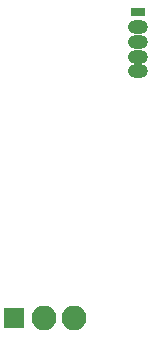
<source format=gbr>
G04 #@! TF.GenerationSoftware,KiCad,Pcbnew,5.0.0-rc2-be01b52~65~ubuntu17.10.1*
G04 #@! TF.CreationDate,2018-06-21T16:11:27-04:00*
G04 #@! TF.ProjectId,pmtcmini-h10721,706D74636D696E692D6831303732312E,rev?*
G04 #@! TF.SameCoordinates,Original*
G04 #@! TF.FileFunction,Soldermask,Bot*
G04 #@! TF.FilePolarity,Negative*
%FSLAX46Y46*%
G04 Gerber Fmt 4.6, Leading zero omitted, Abs format (unit mm)*
G04 Created by KiCad (PCBNEW 5.0.0-rc2-be01b52~65~ubuntu17.10.1) date Thu Jun 21 16:11:27 2018*
%MOMM*%
%LPD*%
G01*
G04 APERTURE LIST*
%ADD10R,1.300000X0.800000*%
%ADD11O,1.700000X1.200000*%
%ADD12R,1.700000X1.700000*%
%ADD13O,2.100000X2.100000*%
G04 APERTURE END LIST*
D10*
G04 #@! TO.C,J2*
X141450000Y-65450000D03*
D11*
X141450000Y-66700000D03*
X141450000Y-67950000D03*
X141450000Y-69200000D03*
X141450000Y-70450000D03*
G04 #@! TD*
D12*
G04 #@! TO.C,J1*
X130950000Y-91300000D03*
D13*
X133490000Y-91300000D03*
X136030000Y-91300000D03*
G04 #@! TD*
M02*

</source>
